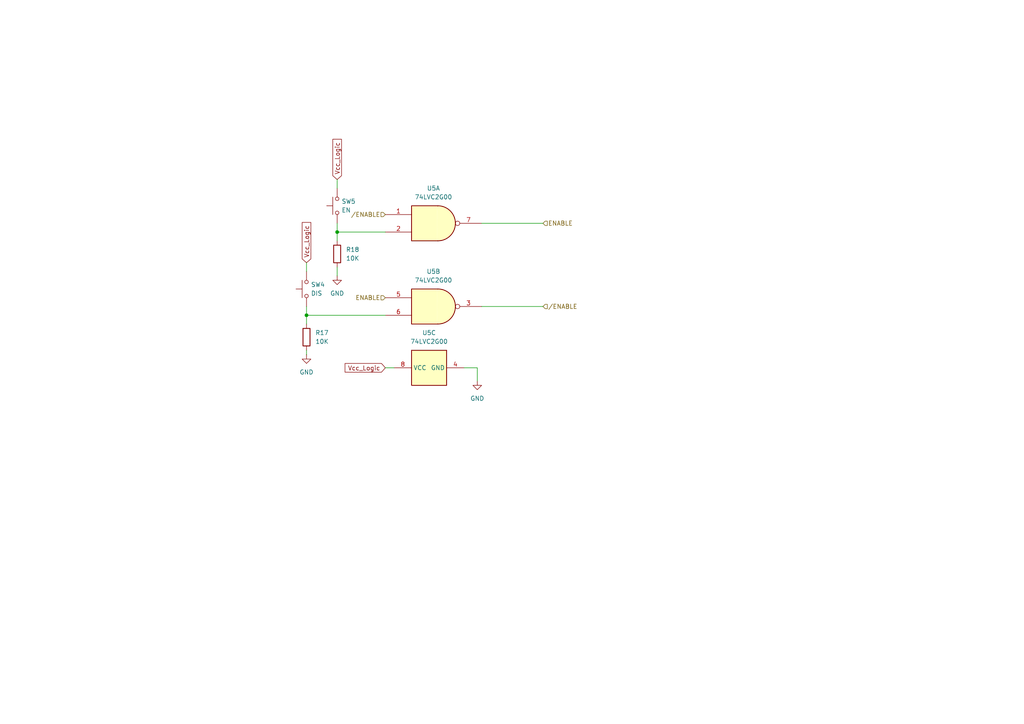
<source format=kicad_sch>
(kicad_sch (version 20231120) (generator "eeschema") (generator_version "8.0")
  (paper "A4")
  (lib_symbols
    (symbol "74xGxx:74LVC2G00"
      (property "Reference" "U" (at 2.54 7.62 0))
      (property "Value" "74LVC2G00" (at 7.62 -7.62 0))
      (symbol "74LVC2G00_1_1"
        (arc (start 0 -5.08) (mid 5.0579 0) (end 0 5.08) (stroke (width 0.254)) (fill (type background)))
        (polyline (pts (xy 0 -5.08) (xy -7.62 -5.08) (xy -7.62 5.08) (xy 0 5.08)) (stroke (width 0.254)) (fill (type background)))
        (pin input line (at -15.24 2.54 0) (length 7.62) (name "~") (number "1"))
        (pin input line (at -15.24 -2.54 0) (length 7.62) (name "~") (number "2"))
        (pin output inverted (at 12.7 0 180) (length 7.62) (name "~") (number "7"))
      )
      (symbol "74LVC2G00_2_1"
        (arc (start 0 -5.08) (mid 5.0579 0) (end 0 5.08) (stroke (width 0.254)) (fill (type background)))
        (polyline (pts (xy 0 -5.08) (xy -7.62 -5.08) (xy -7.62 5.08) (xy 0 5.08)) (stroke (width 0.254)) (fill (type background)))
        (pin output inverted (at 12.7 0 180) (length 7.62) (name "~") (number "3"))
        (pin input line (at -15.24 2.54 0) (length 7.62) (name "~") (number "5"))
        (pin input line (at -15.24 -2.54 0) (length 7.62) (name "~") (number "6"))
      )
      (symbol "74LVC2G00_3_0"
        (rectangle (start -5.08 -5.08) (end 5.08 5.08) (stroke (width 0.254)) (fill (type background)))
      )
      (symbol "74LVC2G00_3_1"
        (pin power_in line (at 0 -10.16 90) (length 5.08) (name "GND") (number "4"))
        (pin power_in line (at 0 10.16 270) (length 5.08) (name "VCC") (number "8"))
      )
    )
    (symbol "Device:R" (pin_numbers hide) (pin_names (offset 0))
      (property "Reference" "R" (at 2.032 0 90))
      (property "Value" "R" (at 0 0 90))
      (symbol "R_0_1"
        (rectangle (start -1.016 -2.54) (end 1.016 2.54) (stroke (width 0.254)))
      )
      (symbol "R_1_1"
        (pin passive line (at 0 3.81 270) (length 1.27) (name "~") (number "1"))
        (pin passive line (at 0 -3.81 90) (length 1.27) (name "~") (number "2"))
      )
    )
    (symbol "Switch:SW_Push" (pin_numbers hide) (pin_names (offset 1.016) hide)
      (property "Reference" "SW" (at 1.27 2.54 0))
      (property "Value" "SW_Push" (at 0 -1.524 0))
      (symbol "SW_Push_0_1"
        (circle (center -2.032 0) (radius 0.508))
        (polyline (pts (xy 0 1.27) (xy 0 3.048)))
        (polyline (pts (xy 2.54 1.27) (xy -2.54 1.27)))
        (circle (center 2.032 0) (radius 0.508))
        (pin passive line (at -5.08 0 0) (length 2.54) (name "1") (number "1"))
        (pin passive line (at 5.08 0 180) (length 2.54) (name "2") (number "2"))
      )
    )
    (symbol "power:GND" (power) (pin_numbers hide) (pin_names (offset 0) hide)
      (property "Value" "GND" (at 0 -3.81 0))
      (symbol "GND_0_1"
        (polyline (pts (xy 0 0) (xy 0 -1.27) (xy 1.27 -1.27) (xy 0 -2.54) (xy -1.27 -1.27) (xy 0 -1.27)))
      )
      (symbol "GND_1_1"
        (pin power_in line (at 0 0 270) (length 0) (name "~") (number "1"))
      )
    )
  )
  (junction (at 97.79 67.31))
  (junction (at 88.9 91.44))
  (wire (pts (xy 88.9 76.2) (xy 88.9 78.74)))
  (wire (pts (xy 139.7 64.77) (xy 157.48 64.77)))
  (wire (pts (xy 97.79 52.07) (xy 97.79 54.61)))
  (wire (pts (xy 97.79 67.31) (xy 111.76 67.31)))
  (wire (pts (xy 138.43 106.68) (xy 134.62 106.68)))
  (wire (pts (xy 97.79 77.47) (xy 97.79 80.01)))
  (wire (pts (xy 97.79 67.31) (xy 97.79 69.85)))
  (wire (pts (xy 97.79 64.77) (xy 97.79 67.31)))
  (wire (pts (xy 88.9 101.6) (xy 88.9 102.87)))
  (wire (pts (xy 88.9 91.44) (xy 111.76 91.44)))
  (wire (pts (xy 111.76 106.68) (xy 114.3 106.68)))
  (wire (pts (xy 88.9 91.44) (xy 88.9 93.98)))
  (wire (pts (xy 139.7 88.9) (xy 157.48 88.9)))
  (wire (pts (xy 88.9 88.9) (xy 88.9 91.44)))
  (wire (pts (xy 138.43 110.49) (xy 138.43 106.68)))
  (global_label "Vcc_Logic" (shape input) (at 111.76 106.68 180) (property "Intersheetrefs" "${INTERSHEET_REFS}" (effects (hide yes))))
  (global_label "Vcc_Logic" (shape input) (at 88.9 76.2 90) (property "Intersheetrefs" "${INTERSHEET_REFS}" (effects (hide yes))))
  (global_label "Vcc_Logic" (shape input) (at 97.79 52.07 90) (property "Intersheetrefs" "${INTERSHEET_REFS}" (effects (hide yes))))
  (hierarchical_label "ENABLE" (shape input) (at 157.48 64.77 0))
  (hierarchical_label "{slash}ENABLE" (shape input) (at 111.76 62.23 180))
  (hierarchical_label "ENABLE" (shape input) (at 111.76 86.36 180))
  (hierarchical_label "{slash}ENABLE" (shape input) (at 157.48 88.9 0))
  (symbol (lib_id "Switch:SW_Push") (at 88.9 83.82 90) (unit 1)
    (property "Reference" "SW4" (at 90.17 82.5499 90) (effects (justify right)))
    (property "Value" "DIS" (at 90.17 85.0899 90) (effects (justify right)))
    (property "Footprint" "Button:Takt_Schalter_Aliexpress" (effects (hide yes)))
    (property "Description" "Push button switch, generic, two pins" (effects (hide yes)))
  )
  (symbol (lib_id "Device:R") (at 97.79 73.66 0) (unit 1)
    (property "Reference" "R18" (at 100.33 72.3899 0) (effects (justify left)))
    (property "Value" "10K" (at 100.33 74.9299 0) (effects (justify left)))
    (property "Footprint" "Resistor_SMD:R_0805_2012Metric_Pad1.20x1.40mm_HandSolder" (effects (hide yes)))
    (property "Description" "Resistor" (effects (hide yes)))
  )
  (symbol (lib_id "Switch:SW_Push") (at 97.79 59.69 90) (unit 1)
    (property "Reference" "SW5" (at 99.06 58.4199 90) (effects (justify right)))
    (property "Value" "EN" (at 99.06 60.9599 90) (effects (justify right)))
    (property "Footprint" "Button:Takt_Schalter_Aliexpress" (effects (hide yes)))
    (property "Description" "Push button switch, generic, two pins" (effects (hide yes)))
  )
  (symbol (lib_id "power:GND") (at 138.43 110.49 0) (unit 1)
    (property "Reference" "#PWR046" (effects (hide yes)))
    (property "Value" "GND" (at 138.43 115.57 0))
    (property "Description" "Power symbol creates a global label with name \"GND\" , ground" (effects (hide yes)))
  )
  (symbol (lib_id "power:GND") (at 88.9 102.87 0) (unit 1)
    (property "Reference" "#PWR044" (effects (hide yes)))
    (property "Value" "GND" (at 88.9 107.95 0))
    (property "Description" "Power symbol creates a global label with name \"GND\" , ground" (effects (hide yes)))
  )
  (symbol (lib_id "74xGxx:74LVC2G00") (at 127 64.77 0) (unit 1)
    (property "Reference" "U5" (at 125.7189 54.61 0))
    (property "Value" "74LVC2G00" (at 125.7189 57.15 0))
    (property "Footprint" "Package_SO:TSSOP-8_3x3mm_P0.65mm" (effects (hide yes)))
    (property "Datasheet" "http://www.ti.com/lit/sg/scyt129e/scyt129e.pdf" (effects (hide yes)))
    (property "Description" "Dual NAND Gate, Low-Voltage CMOS" (effects (hide yes)))
  )
  (symbol (lib_id "74xGxx:74LVC2G00") (at 124.46 106.68 90) (unit 3)
    (property "Reference" "U5" (at 124.46 96.52 90))
    (property "Value" "74LVC2G00" (at 124.46 99.06 90))
    (property "Footprint" "Package_SO:TSSOP-8_3x3mm_P0.65mm" (effects (hide yes)))
    (property "Datasheet" "http://www.ti.com/lit/sg/scyt129e/scyt129e.pdf" (effects (hide yes)))
    (property "Description" "Dual NAND Gate, Low-Voltage CMOS" (effects (hide yes)))
  )
  (symbol (lib_id "Device:R") (at 88.9 97.79 0) (unit 1)
    (property "Reference" "R17" (at 91.44 96.5199 0) (effects (justify left)))
    (property "Value" "10K" (at 91.44 99.0599 0) (effects (justify left)))
    (property "Footprint" "Resistor_SMD:R_0805_2012Metric_Pad1.20x1.40mm_HandSolder" (effects (hide yes)))
    (property "Description" "Resistor" (effects (hide yes)))
  )
  (symbol (lib_id "74xGxx:74LVC2G00") (at 127 88.9 0) (unit 2)
    (property "Reference" "U5" (at 125.7189 78.74 0))
    (property "Value" "74LVC2G00" (at 125.7189 81.28 0))
    (property "Footprint" "Package_SO:TSSOP-8_3x3mm_P0.65mm" (effects (hide yes)))
    (property "Datasheet" "http://www.ti.com/lit/sg/scyt129e/scyt129e.pdf" (effects (hide yes)))
    (property "Description" "Dual NAND Gate, Low-Voltage CMOS" (effects (hide yes)))
  )
  (symbol (lib_id "power:GND") (at 97.79 80.01 0) (unit 1)
    (property "Reference" "#PWR045" (effects (hide yes)))
    (property "Value" "GND" (at 97.79 85.09 0))
    (property "Description" "Power symbol creates a global label with name \"GND\" , ground" (effects (hide yes)))
  )
)
</source>
